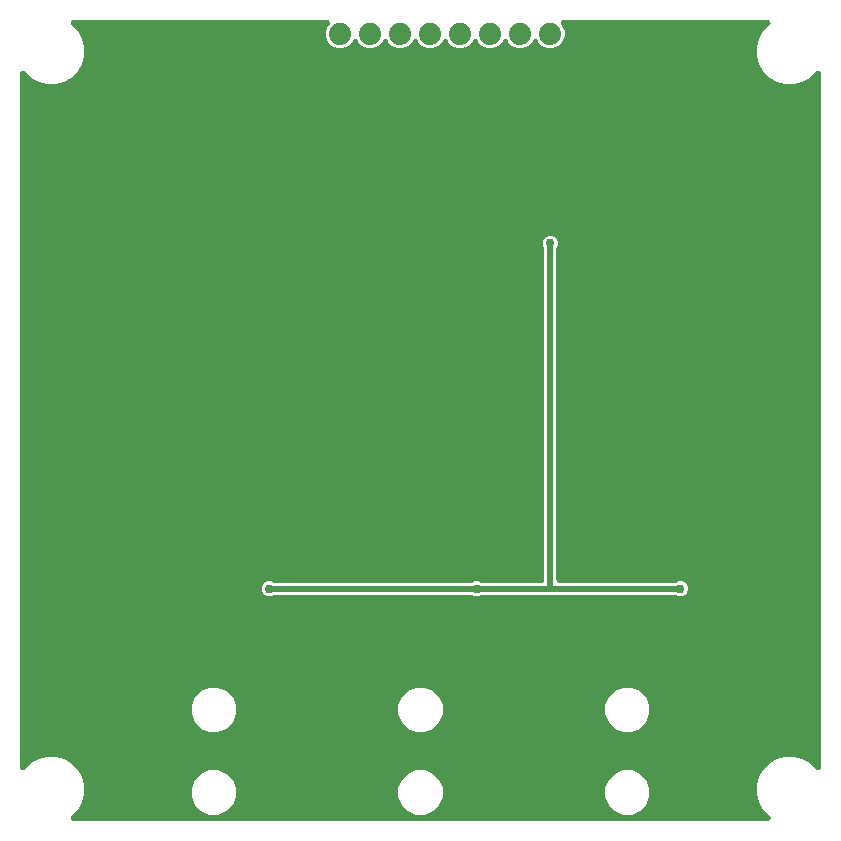
<source format=gbr>
G04 EAGLE Gerber RS-274X export*
G75*
%MOMM*%
%FSLAX34Y34*%
%LPD*%
%INBottom Copper*%
%IPPOS*%
%AMOC8*
5,1,8,0,0,1.08239X$1,22.5*%
G01*
%ADD10C,1.879600*%
%ADD11C,0.756400*%
%ADD12C,0.508000*%

G36*
X643958Y10934D02*
X643958Y10934D01*
X644088Y10936D01*
X644182Y10954D01*
X644277Y10963D01*
X644403Y10997D01*
X644530Y11022D01*
X644620Y11056D01*
X644712Y11081D01*
X644829Y11137D01*
X644950Y11184D01*
X645032Y11234D01*
X645118Y11275D01*
X645224Y11350D01*
X645335Y11418D01*
X645407Y11481D01*
X645484Y11537D01*
X645575Y11630D01*
X645673Y11716D01*
X645732Y11791D01*
X645798Y11859D01*
X645871Y11967D01*
X645952Y12069D01*
X645997Y12153D01*
X646051Y12232D01*
X646103Y12351D01*
X646165Y12466D01*
X646194Y12557D01*
X646233Y12644D01*
X646264Y12771D01*
X646304Y12894D01*
X646317Y12989D01*
X646339Y13082D01*
X646347Y13211D01*
X646365Y13340D01*
X646361Y13436D01*
X646367Y13531D01*
X646352Y13660D01*
X646347Y13790D01*
X646326Y13883D01*
X646315Y13978D01*
X646277Y14103D01*
X646249Y14230D01*
X646212Y14318D01*
X646185Y14409D01*
X646126Y14525D01*
X646076Y14645D01*
X646024Y14725D01*
X645980Y14811D01*
X645902Y14914D01*
X645831Y15023D01*
X645745Y15121D01*
X645708Y15169D01*
X645676Y15200D01*
X645624Y15258D01*
X640366Y20516D01*
X636724Y26823D01*
X634839Y33858D01*
X634839Y41142D01*
X636724Y48177D01*
X640366Y54484D01*
X645516Y59634D01*
X651823Y63276D01*
X658858Y65161D01*
X666142Y65161D01*
X673177Y63276D01*
X679484Y59634D01*
X684742Y54376D01*
X684842Y54292D01*
X684935Y54202D01*
X685015Y54148D01*
X685088Y54087D01*
X685201Y54022D01*
X685308Y53949D01*
X685396Y53911D01*
X685479Y53863D01*
X685601Y53820D01*
X685720Y53767D01*
X685813Y53745D01*
X685903Y53713D01*
X686031Y53691D01*
X686158Y53661D01*
X686253Y53655D01*
X686347Y53639D01*
X686477Y53641D01*
X686607Y53633D01*
X686702Y53644D01*
X686798Y53645D01*
X686925Y53670D01*
X687054Y53685D01*
X687146Y53713D01*
X687240Y53731D01*
X687361Y53778D01*
X687485Y53815D01*
X687570Y53859D01*
X687660Y53893D01*
X687771Y53961D01*
X687887Y54020D01*
X687963Y54077D01*
X688044Y54127D01*
X688142Y54213D01*
X688245Y54292D01*
X688310Y54362D01*
X688382Y54425D01*
X688462Y54527D01*
X688551Y54623D01*
X688602Y54703D01*
X688661Y54778D01*
X688722Y54893D01*
X688792Y55003D01*
X688829Y55091D01*
X688874Y55175D01*
X688914Y55299D01*
X688963Y55419D01*
X688983Y55513D01*
X689013Y55603D01*
X689031Y55732D01*
X689058Y55859D01*
X689066Y55989D01*
X689074Y56049D01*
X689073Y56094D01*
X689077Y56171D01*
X689077Y643829D01*
X689066Y643958D01*
X689064Y644088D01*
X689046Y644182D01*
X689037Y644277D01*
X689003Y644403D01*
X688978Y644530D01*
X688944Y644620D01*
X688919Y644712D01*
X688863Y644829D01*
X688816Y644950D01*
X688766Y645032D01*
X688725Y645118D01*
X688650Y645224D01*
X688582Y645335D01*
X688519Y645407D01*
X688463Y645484D01*
X688370Y645575D01*
X688284Y645673D01*
X688209Y645732D01*
X688141Y645798D01*
X688033Y645871D01*
X687931Y645952D01*
X687847Y645997D01*
X687768Y646051D01*
X687649Y646103D01*
X687534Y646165D01*
X687443Y646194D01*
X687356Y646233D01*
X687229Y646264D01*
X687106Y646304D01*
X687011Y646317D01*
X686918Y646339D01*
X686789Y646347D01*
X686660Y646365D01*
X686564Y646361D01*
X686469Y646367D01*
X686340Y646352D01*
X686210Y646347D01*
X686117Y646326D01*
X686022Y646315D01*
X685897Y646277D01*
X685770Y646249D01*
X685682Y646212D01*
X685591Y646185D01*
X685475Y646126D01*
X685355Y646076D01*
X685275Y646024D01*
X685189Y645980D01*
X685086Y645902D01*
X684977Y645831D01*
X684879Y645745D01*
X684831Y645708D01*
X684800Y645676D01*
X684742Y645624D01*
X679484Y640366D01*
X673177Y636724D01*
X666142Y634839D01*
X658858Y634839D01*
X651823Y636724D01*
X645516Y640366D01*
X640366Y645516D01*
X636724Y651823D01*
X634839Y658858D01*
X634839Y666142D01*
X636724Y673177D01*
X640366Y679484D01*
X645624Y684742D01*
X645708Y684842D01*
X645798Y684935D01*
X645852Y685015D01*
X645913Y685088D01*
X645978Y685201D01*
X646051Y685308D01*
X646089Y685396D01*
X646137Y685479D01*
X646180Y685601D01*
X646233Y685720D01*
X646255Y685813D01*
X646287Y685903D01*
X646309Y686031D01*
X646339Y686158D01*
X646345Y686253D01*
X646361Y686347D01*
X646359Y686477D01*
X646367Y686607D01*
X646356Y686702D01*
X646355Y686798D01*
X646330Y686925D01*
X646315Y687054D01*
X646287Y687146D01*
X646269Y687240D01*
X646222Y687361D01*
X646185Y687485D01*
X646141Y687570D01*
X646107Y687660D01*
X646039Y687771D01*
X645980Y687887D01*
X645923Y687963D01*
X645873Y688044D01*
X645787Y688142D01*
X645708Y688245D01*
X645638Y688310D01*
X645575Y688382D01*
X645473Y688462D01*
X645377Y688551D01*
X645297Y688602D01*
X645222Y688661D01*
X645107Y688722D01*
X644997Y688792D01*
X644909Y688829D01*
X644825Y688874D01*
X644701Y688914D01*
X644581Y688963D01*
X644487Y688983D01*
X644397Y689013D01*
X644268Y689031D01*
X644141Y689058D01*
X644011Y689066D01*
X643951Y689074D01*
X643906Y689073D01*
X643829Y689077D01*
X471437Y689077D01*
X471307Y689066D01*
X471177Y689064D01*
X471084Y689046D01*
X470988Y689037D01*
X470863Y689003D01*
X470735Y688978D01*
X470646Y688944D01*
X470554Y688919D01*
X470437Y688863D01*
X470315Y688816D01*
X470234Y688766D01*
X470147Y688725D01*
X470042Y688650D01*
X469931Y688582D01*
X469859Y688519D01*
X469781Y688463D01*
X469691Y688370D01*
X469593Y688284D01*
X469534Y688209D01*
X469467Y688141D01*
X469394Y688033D01*
X469314Y687931D01*
X469269Y687847D01*
X469215Y687768D01*
X469163Y687649D01*
X469101Y687534D01*
X469072Y687443D01*
X469033Y687356D01*
X469002Y687229D01*
X468962Y687106D01*
X468949Y687011D01*
X468926Y686918D01*
X468918Y686789D01*
X468901Y686660D01*
X468905Y686564D01*
X468899Y686469D01*
X468914Y686340D01*
X468919Y686210D01*
X468940Y686117D01*
X468951Y686022D01*
X468988Y685897D01*
X469017Y685770D01*
X469053Y685682D01*
X469081Y685591D01*
X469140Y685475D01*
X469190Y685355D01*
X469242Y685275D01*
X469285Y685189D01*
X469364Y685086D01*
X469435Y684977D01*
X469521Y684879D01*
X469557Y684831D01*
X469590Y684800D01*
X469641Y684742D01*
X470121Y684263D01*
X471939Y679875D01*
X471939Y675125D01*
X470121Y670737D01*
X466763Y667379D01*
X462375Y665561D01*
X457625Y665561D01*
X453237Y667379D01*
X449879Y670737D01*
X449646Y671299D01*
X449586Y671415D01*
X449534Y671534D01*
X449482Y671614D01*
X449438Y671698D01*
X449358Y671801D01*
X449286Y671910D01*
X449220Y671979D01*
X449162Y672054D01*
X449065Y672141D01*
X448976Y672236D01*
X448898Y672292D01*
X448828Y672356D01*
X448717Y672425D01*
X448612Y672502D01*
X448526Y672544D01*
X448445Y672594D01*
X448324Y672642D01*
X448208Y672699D01*
X448116Y672725D01*
X448027Y672761D01*
X447899Y672787D01*
X447774Y672822D01*
X447680Y672832D01*
X447586Y672851D01*
X447456Y672854D01*
X447326Y672867D01*
X447231Y672859D01*
X447136Y672862D01*
X447007Y672842D01*
X446877Y672832D01*
X446785Y672807D01*
X446691Y672793D01*
X446568Y672750D01*
X446442Y672718D01*
X446355Y672677D01*
X446265Y672646D01*
X446151Y672583D01*
X446033Y672528D01*
X445955Y672474D01*
X445872Y672427D01*
X445771Y672345D01*
X445664Y672270D01*
X445597Y672202D01*
X445523Y672142D01*
X445439Y672043D01*
X445347Y671951D01*
X445293Y671872D01*
X445231Y671799D01*
X445165Y671687D01*
X445091Y671580D01*
X445034Y671463D01*
X445003Y671411D01*
X444988Y671369D01*
X444954Y671299D01*
X444721Y670737D01*
X441363Y667379D01*
X436975Y665561D01*
X432225Y665561D01*
X427837Y667379D01*
X424479Y670737D01*
X424246Y671299D01*
X424186Y671415D01*
X424134Y671534D01*
X424082Y671614D01*
X424038Y671698D01*
X423958Y671801D01*
X423886Y671910D01*
X423820Y671979D01*
X423762Y672054D01*
X423665Y672141D01*
X423576Y672236D01*
X423498Y672292D01*
X423428Y672356D01*
X423317Y672425D01*
X423212Y672502D01*
X423126Y672544D01*
X423045Y672594D01*
X422924Y672642D01*
X422808Y672699D01*
X422716Y672725D01*
X422627Y672761D01*
X422499Y672787D01*
X422374Y672822D01*
X422280Y672832D01*
X422186Y672851D01*
X422056Y672854D01*
X421926Y672867D01*
X421831Y672859D01*
X421736Y672862D01*
X421607Y672842D01*
X421477Y672832D01*
X421385Y672807D01*
X421291Y672793D01*
X421168Y672750D01*
X421042Y672718D01*
X420955Y672677D01*
X420865Y672646D01*
X420751Y672583D01*
X420633Y672528D01*
X420555Y672474D01*
X420472Y672427D01*
X420371Y672345D01*
X420264Y672270D01*
X420197Y672202D01*
X420123Y672142D01*
X420039Y672043D01*
X419947Y671951D01*
X419893Y671872D01*
X419831Y671799D01*
X419765Y671687D01*
X419691Y671580D01*
X419634Y671463D01*
X419603Y671411D01*
X419588Y671369D01*
X419554Y671299D01*
X419321Y670737D01*
X415963Y667379D01*
X411575Y665561D01*
X406825Y665561D01*
X402437Y667379D01*
X399079Y670737D01*
X398846Y671299D01*
X398786Y671415D01*
X398734Y671534D01*
X398682Y671614D01*
X398638Y671698D01*
X398558Y671801D01*
X398486Y671910D01*
X398420Y671979D01*
X398362Y672054D01*
X398265Y672141D01*
X398176Y672236D01*
X398098Y672292D01*
X398028Y672356D01*
X397917Y672425D01*
X397812Y672502D01*
X397726Y672544D01*
X397645Y672594D01*
X397524Y672642D01*
X397408Y672699D01*
X397316Y672725D01*
X397227Y672761D01*
X397099Y672787D01*
X396974Y672822D01*
X396880Y672832D01*
X396786Y672851D01*
X396656Y672854D01*
X396526Y672867D01*
X396431Y672859D01*
X396336Y672862D01*
X396207Y672842D01*
X396077Y672832D01*
X395985Y672807D01*
X395891Y672793D01*
X395768Y672750D01*
X395642Y672718D01*
X395555Y672677D01*
X395465Y672646D01*
X395351Y672583D01*
X395233Y672528D01*
X395155Y672474D01*
X395072Y672427D01*
X394971Y672345D01*
X394864Y672270D01*
X394797Y672202D01*
X394723Y672142D01*
X394639Y672043D01*
X394547Y671951D01*
X394493Y671872D01*
X394431Y671799D01*
X394365Y671687D01*
X394291Y671580D01*
X394234Y671463D01*
X394203Y671411D01*
X394188Y671369D01*
X394154Y671299D01*
X393921Y670737D01*
X390563Y667379D01*
X386175Y665561D01*
X381425Y665561D01*
X377037Y667379D01*
X373679Y670737D01*
X373446Y671299D01*
X373386Y671415D01*
X373334Y671534D01*
X373282Y671614D01*
X373238Y671698D01*
X373158Y671801D01*
X373086Y671910D01*
X373020Y671979D01*
X372962Y672054D01*
X372865Y672141D01*
X372776Y672236D01*
X372698Y672292D01*
X372628Y672356D01*
X372517Y672425D01*
X372412Y672502D01*
X372326Y672544D01*
X372245Y672594D01*
X372124Y672642D01*
X372008Y672699D01*
X371916Y672725D01*
X371827Y672761D01*
X371699Y672787D01*
X371574Y672822D01*
X371480Y672832D01*
X371386Y672851D01*
X371256Y672854D01*
X371126Y672867D01*
X371031Y672859D01*
X370936Y672862D01*
X370807Y672842D01*
X370677Y672832D01*
X370585Y672807D01*
X370491Y672793D01*
X370368Y672750D01*
X370242Y672718D01*
X370155Y672677D01*
X370065Y672646D01*
X369951Y672583D01*
X369833Y672528D01*
X369755Y672474D01*
X369672Y672427D01*
X369571Y672345D01*
X369464Y672270D01*
X369397Y672202D01*
X369323Y672142D01*
X369239Y672043D01*
X369147Y671951D01*
X369093Y671872D01*
X369031Y671799D01*
X368965Y671687D01*
X368891Y671580D01*
X368834Y671463D01*
X368803Y671411D01*
X368788Y671369D01*
X368754Y671299D01*
X368521Y670737D01*
X365163Y667379D01*
X360775Y665561D01*
X356025Y665561D01*
X351637Y667379D01*
X348279Y670737D01*
X348046Y671299D01*
X347986Y671415D01*
X347934Y671534D01*
X347882Y671614D01*
X347838Y671698D01*
X347758Y671801D01*
X347686Y671910D01*
X347620Y671979D01*
X347562Y672054D01*
X347465Y672141D01*
X347376Y672236D01*
X347298Y672292D01*
X347228Y672356D01*
X347117Y672425D01*
X347012Y672502D01*
X346926Y672544D01*
X346845Y672594D01*
X346724Y672642D01*
X346608Y672699D01*
X346516Y672725D01*
X346427Y672761D01*
X346299Y672787D01*
X346174Y672822D01*
X346080Y672832D01*
X345986Y672851D01*
X345856Y672854D01*
X345726Y672867D01*
X345631Y672859D01*
X345536Y672862D01*
X345407Y672842D01*
X345277Y672832D01*
X345185Y672807D01*
X345091Y672793D01*
X344968Y672750D01*
X344842Y672718D01*
X344755Y672677D01*
X344665Y672646D01*
X344551Y672583D01*
X344433Y672528D01*
X344355Y672474D01*
X344272Y672427D01*
X344171Y672345D01*
X344064Y672270D01*
X343997Y672202D01*
X343923Y672142D01*
X343839Y672043D01*
X343747Y671951D01*
X343693Y671872D01*
X343631Y671799D01*
X343565Y671687D01*
X343491Y671580D01*
X343434Y671463D01*
X343403Y671411D01*
X343388Y671369D01*
X343354Y671299D01*
X343121Y670737D01*
X339763Y667379D01*
X335375Y665561D01*
X330625Y665561D01*
X326237Y667379D01*
X322879Y670737D01*
X322646Y671299D01*
X322586Y671415D01*
X322534Y671534D01*
X322482Y671614D01*
X322438Y671698D01*
X322358Y671801D01*
X322286Y671910D01*
X322220Y671979D01*
X322162Y672054D01*
X322065Y672141D01*
X321976Y672236D01*
X321898Y672292D01*
X321828Y672356D01*
X321717Y672425D01*
X321612Y672502D01*
X321526Y672544D01*
X321445Y672594D01*
X321324Y672642D01*
X321208Y672699D01*
X321116Y672725D01*
X321027Y672761D01*
X320899Y672787D01*
X320774Y672822D01*
X320680Y672832D01*
X320586Y672851D01*
X320456Y672854D01*
X320326Y672867D01*
X320231Y672859D01*
X320136Y672862D01*
X320007Y672842D01*
X319877Y672832D01*
X319785Y672807D01*
X319691Y672793D01*
X319568Y672750D01*
X319442Y672718D01*
X319355Y672677D01*
X319265Y672646D01*
X319151Y672583D01*
X319033Y672528D01*
X318955Y672474D01*
X318872Y672427D01*
X318771Y672345D01*
X318664Y672270D01*
X318597Y672202D01*
X318523Y672142D01*
X318439Y672043D01*
X318347Y671951D01*
X318293Y671872D01*
X318231Y671799D01*
X318165Y671687D01*
X318091Y671580D01*
X318034Y671463D01*
X318003Y671411D01*
X317988Y671369D01*
X317954Y671299D01*
X317721Y670737D01*
X314363Y667379D01*
X309975Y665561D01*
X305225Y665561D01*
X300837Y667379D01*
X297479Y670737D01*
X297246Y671299D01*
X297186Y671415D01*
X297134Y671534D01*
X297082Y671614D01*
X297038Y671698D01*
X296958Y671801D01*
X296886Y671910D01*
X296820Y671979D01*
X296762Y672054D01*
X296665Y672141D01*
X296576Y672236D01*
X296498Y672292D01*
X296428Y672356D01*
X296317Y672425D01*
X296212Y672502D01*
X296126Y672544D01*
X296045Y672594D01*
X295924Y672642D01*
X295808Y672699D01*
X295716Y672725D01*
X295627Y672761D01*
X295499Y672787D01*
X295374Y672822D01*
X295280Y672832D01*
X295186Y672851D01*
X295056Y672854D01*
X294926Y672867D01*
X294831Y672859D01*
X294736Y672862D01*
X294607Y672842D01*
X294477Y672832D01*
X294385Y672807D01*
X294291Y672793D01*
X294168Y672750D01*
X294042Y672718D01*
X293955Y672677D01*
X293865Y672646D01*
X293751Y672583D01*
X293633Y672528D01*
X293555Y672474D01*
X293472Y672427D01*
X293371Y672345D01*
X293264Y672270D01*
X293197Y672202D01*
X293123Y672142D01*
X293039Y672043D01*
X292947Y671951D01*
X292893Y671872D01*
X292831Y671799D01*
X292765Y671687D01*
X292691Y671580D01*
X292634Y671463D01*
X292603Y671411D01*
X292588Y671369D01*
X292554Y671299D01*
X292321Y670737D01*
X288963Y667379D01*
X284575Y665561D01*
X279825Y665561D01*
X275437Y667379D01*
X272079Y670737D01*
X270261Y675125D01*
X270261Y679875D01*
X272079Y684263D01*
X272559Y684742D01*
X272642Y684842D01*
X272733Y684935D01*
X272786Y685015D01*
X272847Y685088D01*
X272912Y685201D01*
X272985Y685308D01*
X273023Y685396D01*
X273071Y685479D01*
X273114Y685601D01*
X273167Y685720D01*
X273190Y685813D01*
X273222Y685903D01*
X273243Y686031D01*
X273274Y686158D01*
X273280Y686253D01*
X273295Y686347D01*
X273293Y686477D01*
X273301Y686607D01*
X273290Y686702D01*
X273289Y686797D01*
X273264Y686925D01*
X273249Y687054D01*
X273222Y687146D01*
X273203Y687240D01*
X273157Y687361D01*
X273119Y687485D01*
X273076Y687570D01*
X273041Y687660D01*
X272974Y687771D01*
X272915Y687887D01*
X272857Y687963D01*
X272807Y688044D01*
X272721Y688142D01*
X272643Y688245D01*
X272572Y688310D01*
X272509Y688382D01*
X272407Y688462D01*
X272311Y688551D01*
X272231Y688602D01*
X272156Y688661D01*
X272042Y688722D01*
X271932Y688792D01*
X271843Y688829D01*
X271759Y688874D01*
X271636Y688914D01*
X271515Y688963D01*
X271422Y688983D01*
X271331Y689013D01*
X271202Y689031D01*
X271075Y689058D01*
X270945Y689066D01*
X270885Y689074D01*
X270840Y689073D01*
X270763Y689077D01*
X56171Y689077D01*
X56042Y689066D01*
X55912Y689064D01*
X55818Y689046D01*
X55723Y689037D01*
X55597Y689003D01*
X55470Y688978D01*
X55380Y688944D01*
X55288Y688919D01*
X55171Y688863D01*
X55050Y688816D01*
X54968Y688766D01*
X54882Y688725D01*
X54776Y688650D01*
X54665Y688582D01*
X54593Y688519D01*
X54516Y688463D01*
X54425Y688370D01*
X54327Y688284D01*
X54268Y688209D01*
X54202Y688141D01*
X54129Y688033D01*
X54048Y687931D01*
X54003Y687847D01*
X53949Y687768D01*
X53897Y687649D01*
X53835Y687534D01*
X53806Y687443D01*
X53767Y687356D01*
X53736Y687229D01*
X53696Y687106D01*
X53683Y687011D01*
X53661Y686918D01*
X53653Y686789D01*
X53635Y686660D01*
X53639Y686564D01*
X53633Y686469D01*
X53648Y686340D01*
X53653Y686210D01*
X53674Y686117D01*
X53685Y686022D01*
X53723Y685897D01*
X53751Y685770D01*
X53788Y685682D01*
X53815Y685591D01*
X53874Y685475D01*
X53924Y685355D01*
X53976Y685275D01*
X54020Y685189D01*
X54098Y685086D01*
X54169Y684977D01*
X54255Y684879D01*
X54292Y684831D01*
X54324Y684800D01*
X54376Y684742D01*
X59634Y679484D01*
X63276Y673177D01*
X65161Y666142D01*
X65161Y658858D01*
X63276Y651823D01*
X59634Y645516D01*
X54484Y640366D01*
X48177Y636724D01*
X41142Y634839D01*
X33858Y634839D01*
X26823Y636724D01*
X20516Y640366D01*
X15258Y645624D01*
X15158Y645708D01*
X15065Y645798D01*
X14985Y645852D01*
X14912Y645913D01*
X14799Y645978D01*
X14692Y646051D01*
X14604Y646089D01*
X14521Y646137D01*
X14399Y646180D01*
X14280Y646233D01*
X14187Y646255D01*
X14097Y646287D01*
X13969Y646309D01*
X13842Y646339D01*
X13747Y646345D01*
X13653Y646361D01*
X13523Y646359D01*
X13393Y646367D01*
X13298Y646356D01*
X13202Y646355D01*
X13075Y646330D01*
X12946Y646315D01*
X12854Y646287D01*
X12760Y646269D01*
X12639Y646222D01*
X12515Y646185D01*
X12430Y646141D01*
X12340Y646107D01*
X12229Y646039D01*
X12113Y645980D01*
X12037Y645923D01*
X11956Y645873D01*
X11858Y645787D01*
X11755Y645708D01*
X11690Y645638D01*
X11618Y645575D01*
X11538Y645473D01*
X11449Y645377D01*
X11398Y645297D01*
X11339Y645222D01*
X11278Y645107D01*
X11208Y644997D01*
X11171Y644909D01*
X11126Y644825D01*
X11086Y644701D01*
X11037Y644581D01*
X11017Y644487D01*
X10987Y644397D01*
X10969Y644268D01*
X10942Y644141D01*
X10934Y644011D01*
X10926Y643951D01*
X10927Y643906D01*
X10923Y643829D01*
X10923Y56171D01*
X10934Y56042D01*
X10936Y55912D01*
X10954Y55818D01*
X10963Y55723D01*
X10997Y55597D01*
X11022Y55470D01*
X11056Y55380D01*
X11081Y55288D01*
X11137Y55171D01*
X11184Y55050D01*
X11234Y54968D01*
X11275Y54882D01*
X11350Y54776D01*
X11418Y54665D01*
X11481Y54593D01*
X11537Y54516D01*
X11630Y54425D01*
X11716Y54327D01*
X11791Y54268D01*
X11859Y54202D01*
X11967Y54129D01*
X12069Y54048D01*
X12153Y54003D01*
X12232Y53949D01*
X12351Y53897D01*
X12466Y53835D01*
X12557Y53806D01*
X12644Y53767D01*
X12771Y53736D01*
X12894Y53696D01*
X12989Y53683D01*
X13082Y53661D01*
X13211Y53653D01*
X13340Y53635D01*
X13436Y53639D01*
X13531Y53633D01*
X13660Y53648D01*
X13790Y53653D01*
X13883Y53674D01*
X13978Y53685D01*
X14103Y53723D01*
X14230Y53751D01*
X14318Y53788D01*
X14409Y53815D01*
X14525Y53874D01*
X14645Y53924D01*
X14725Y53976D01*
X14811Y54020D01*
X14914Y54098D01*
X15023Y54169D01*
X15121Y54255D01*
X15169Y54292D01*
X15200Y54324D01*
X15258Y54376D01*
X20516Y59634D01*
X26823Y63276D01*
X33858Y65161D01*
X41142Y65161D01*
X48177Y63276D01*
X54484Y59634D01*
X59634Y54484D01*
X63276Y48177D01*
X65161Y41142D01*
X65161Y33858D01*
X63276Y26823D01*
X59634Y20516D01*
X54376Y15258D01*
X54292Y15158D01*
X54202Y15065D01*
X54148Y14985D01*
X54087Y14912D01*
X54022Y14799D01*
X53949Y14692D01*
X53911Y14604D01*
X53863Y14521D01*
X53820Y14399D01*
X53767Y14280D01*
X53745Y14187D01*
X53713Y14097D01*
X53691Y13969D01*
X53661Y13842D01*
X53655Y13747D01*
X53639Y13653D01*
X53641Y13523D01*
X53633Y13393D01*
X53644Y13298D01*
X53645Y13202D01*
X53670Y13075D01*
X53685Y12946D01*
X53713Y12854D01*
X53731Y12760D01*
X53778Y12639D01*
X53815Y12515D01*
X53859Y12430D01*
X53893Y12340D01*
X53961Y12229D01*
X54020Y12113D01*
X54077Y12037D01*
X54127Y11956D01*
X54213Y11858D01*
X54292Y11755D01*
X54362Y11690D01*
X54425Y11618D01*
X54527Y11538D01*
X54623Y11449D01*
X54703Y11398D01*
X54778Y11339D01*
X54893Y11278D01*
X55003Y11208D01*
X55091Y11171D01*
X55175Y11126D01*
X55299Y11086D01*
X55419Y11037D01*
X55513Y11017D01*
X55603Y10987D01*
X55732Y10969D01*
X55859Y10942D01*
X55989Y10934D01*
X56049Y10926D01*
X56094Y10927D01*
X56171Y10923D01*
X643829Y10923D01*
X643958Y10934D01*
G37*
%LPC*%
G36*
X220742Y201177D02*
X220742Y201177D01*
X218418Y202140D01*
X216640Y203918D01*
X215677Y206242D01*
X215677Y208758D01*
X216640Y211082D01*
X218418Y212860D01*
X220742Y213823D01*
X223258Y213823D01*
X225789Y212774D01*
X225901Y212739D01*
X226009Y212695D01*
X226115Y212672D01*
X226219Y212639D01*
X226335Y212625D01*
X226449Y212600D01*
X226603Y212590D01*
X226666Y212583D01*
X226702Y212584D01*
X226761Y212581D01*
X392739Y212581D01*
X392855Y212591D01*
X392972Y212591D01*
X393079Y212611D01*
X393187Y212621D01*
X393300Y212651D01*
X393415Y212672D01*
X393561Y212723D01*
X393622Y212739D01*
X393654Y212755D01*
X393711Y212774D01*
X396242Y213823D01*
X398758Y213823D01*
X401289Y212774D01*
X401401Y212739D01*
X401509Y212695D01*
X401615Y212672D01*
X401719Y212639D01*
X401835Y212625D01*
X401949Y212600D01*
X402103Y212590D01*
X402166Y212583D01*
X402202Y212584D01*
X402261Y212581D01*
X452380Y212581D01*
X452415Y212584D01*
X452449Y212582D01*
X452638Y212604D01*
X452829Y212621D01*
X452862Y212630D01*
X452896Y212634D01*
X453079Y212689D01*
X453263Y212739D01*
X453294Y212754D01*
X453327Y212764D01*
X453498Y212851D01*
X453670Y212933D01*
X453698Y212953D01*
X453729Y212968D01*
X453881Y213084D01*
X454036Y213195D01*
X454060Y213220D01*
X454087Y213240D01*
X454216Y213380D01*
X454350Y213517D01*
X454369Y213546D01*
X454393Y213572D01*
X454495Y213733D01*
X454602Y213890D01*
X454616Y213922D01*
X454634Y213951D01*
X454707Y214128D01*
X454784Y214302D01*
X454792Y214336D01*
X454805Y214368D01*
X454845Y214555D01*
X454891Y214740D01*
X454893Y214774D01*
X454900Y214808D01*
X454919Y215120D01*
X454919Y495239D01*
X454909Y495355D01*
X454909Y495472D01*
X454889Y495579D01*
X454879Y495687D01*
X454849Y495800D01*
X454828Y495915D01*
X454777Y496061D01*
X454761Y496122D01*
X454745Y496154D01*
X454726Y496211D01*
X453677Y498742D01*
X453677Y501258D01*
X454640Y503582D01*
X456418Y505360D01*
X458742Y506323D01*
X461258Y506323D01*
X463582Y505360D01*
X465360Y503582D01*
X466323Y501258D01*
X466323Y498742D01*
X465274Y496211D01*
X465239Y496099D01*
X465195Y495991D01*
X465172Y495885D01*
X465139Y495781D01*
X465125Y495665D01*
X465100Y495551D01*
X465090Y495397D01*
X465083Y495334D01*
X465084Y495298D01*
X465081Y495239D01*
X465081Y215120D01*
X465084Y215085D01*
X465082Y215051D01*
X465104Y214862D01*
X465121Y214671D01*
X465130Y214638D01*
X465134Y214604D01*
X465189Y214421D01*
X465239Y214237D01*
X465254Y214206D01*
X465264Y214173D01*
X465351Y214002D01*
X465433Y213830D01*
X465453Y213802D01*
X465468Y213771D01*
X465584Y213619D01*
X465695Y213464D01*
X465720Y213440D01*
X465740Y213413D01*
X465880Y213284D01*
X466017Y213150D01*
X466046Y213131D01*
X466072Y213107D01*
X466233Y213005D01*
X466390Y212898D01*
X466422Y212884D01*
X466451Y212866D01*
X466628Y212793D01*
X466802Y212716D01*
X466836Y212708D01*
X466868Y212695D01*
X467055Y212655D01*
X467240Y212609D01*
X467274Y212607D01*
X467308Y212600D01*
X467620Y212581D01*
X565239Y212581D01*
X565355Y212591D01*
X565472Y212591D01*
X565579Y212611D01*
X565687Y212621D01*
X565800Y212651D01*
X565915Y212672D01*
X566061Y212723D01*
X566122Y212739D01*
X566154Y212755D01*
X566211Y212774D01*
X568742Y213823D01*
X571258Y213823D01*
X573582Y212860D01*
X575360Y211082D01*
X576323Y208758D01*
X576323Y206242D01*
X575360Y203918D01*
X573582Y202140D01*
X571258Y201177D01*
X568742Y201177D01*
X566211Y202226D01*
X566099Y202261D01*
X565991Y202305D01*
X565885Y202328D01*
X565781Y202361D01*
X565665Y202375D01*
X565551Y202400D01*
X565397Y202410D01*
X565334Y202417D01*
X565298Y202416D01*
X565239Y202419D01*
X402261Y202419D01*
X402145Y202409D01*
X402028Y202409D01*
X401921Y202389D01*
X401813Y202379D01*
X401700Y202349D01*
X401585Y202328D01*
X401439Y202277D01*
X401378Y202261D01*
X401346Y202245D01*
X401289Y202226D01*
X398758Y201177D01*
X396242Y201177D01*
X393711Y202226D01*
X393599Y202261D01*
X393491Y202305D01*
X393385Y202328D01*
X393281Y202361D01*
X393165Y202375D01*
X393051Y202400D01*
X392897Y202410D01*
X392834Y202417D01*
X392798Y202416D01*
X392739Y202419D01*
X226761Y202419D01*
X226645Y202409D01*
X226528Y202409D01*
X226421Y202389D01*
X226313Y202379D01*
X226200Y202349D01*
X226085Y202328D01*
X225939Y202277D01*
X225878Y202261D01*
X225846Y202245D01*
X225789Y202226D01*
X223258Y201177D01*
X220742Y201177D01*
G37*
%LPD*%
%LPC*%
G36*
X521288Y86339D02*
X521288Y86339D01*
X514430Y89180D01*
X509180Y94430D01*
X506339Y101288D01*
X506339Y108712D01*
X509180Y115570D01*
X514430Y120820D01*
X521288Y123661D01*
X528712Y123661D01*
X535570Y120820D01*
X540820Y115570D01*
X543661Y108712D01*
X543661Y101288D01*
X540820Y94430D01*
X535570Y89180D01*
X528712Y86339D01*
X521288Y86339D01*
G37*
%LPD*%
%LPC*%
G36*
X346288Y86339D02*
X346288Y86339D01*
X339430Y89180D01*
X334180Y94430D01*
X331339Y101288D01*
X331339Y108712D01*
X334180Y115570D01*
X339430Y120820D01*
X346288Y123661D01*
X353712Y123661D01*
X360570Y120820D01*
X365820Y115570D01*
X368661Y108712D01*
X368661Y101288D01*
X365820Y94430D01*
X360570Y89180D01*
X353712Y86339D01*
X346288Y86339D01*
G37*
%LPD*%
%LPC*%
G36*
X171288Y86339D02*
X171288Y86339D01*
X164430Y89180D01*
X159180Y94430D01*
X156339Y101288D01*
X156339Y108712D01*
X159180Y115570D01*
X164430Y120820D01*
X171288Y123661D01*
X178712Y123661D01*
X185570Y120820D01*
X190820Y115570D01*
X193661Y108712D01*
X193661Y101288D01*
X190820Y94430D01*
X185570Y89180D01*
X178712Y86339D01*
X171288Y86339D01*
G37*
%LPD*%
%LPC*%
G36*
X521288Y16339D02*
X521288Y16339D01*
X514430Y19180D01*
X509180Y24430D01*
X506339Y31288D01*
X506339Y38712D01*
X509180Y45570D01*
X514430Y50820D01*
X521288Y53661D01*
X528712Y53661D01*
X535570Y50820D01*
X540820Y45570D01*
X543661Y38712D01*
X543661Y31288D01*
X540820Y24430D01*
X535570Y19180D01*
X528712Y16339D01*
X521288Y16339D01*
G37*
%LPD*%
%LPC*%
G36*
X346288Y16339D02*
X346288Y16339D01*
X339430Y19180D01*
X334180Y24430D01*
X331339Y31288D01*
X331339Y38712D01*
X334180Y45570D01*
X339430Y50820D01*
X346288Y53661D01*
X353712Y53661D01*
X360570Y50820D01*
X365820Y45570D01*
X368661Y38712D01*
X368661Y31288D01*
X365820Y24430D01*
X360570Y19180D01*
X353712Y16339D01*
X346288Y16339D01*
G37*
%LPD*%
%LPC*%
G36*
X171288Y16339D02*
X171288Y16339D01*
X164430Y19180D01*
X159180Y24430D01*
X156339Y31288D01*
X156339Y38712D01*
X159180Y45570D01*
X164430Y50820D01*
X171288Y53661D01*
X178712Y53661D01*
X185570Y50820D01*
X190820Y45570D01*
X193661Y38712D01*
X193661Y31288D01*
X190820Y24430D01*
X185570Y19180D01*
X178712Y16339D01*
X171288Y16339D01*
G37*
%LPD*%
D10*
X460000Y677500D03*
X434600Y677500D03*
X409200Y677500D03*
X383800Y677500D03*
X358400Y677500D03*
X333000Y677500D03*
X307600Y677500D03*
X282200Y677500D03*
D11*
X570000Y207500D03*
D12*
X460000Y207500D01*
X397500Y207500D01*
X222000Y207500D01*
D11*
X222000Y207500D03*
X460000Y500000D03*
D12*
X460000Y207500D01*
D11*
X397500Y207500D03*
X432500Y500000D03*
X400000Y500000D03*
X370000Y500000D03*
X485000Y500000D03*
X235000Y25000D03*
X535000Y500000D03*
X535000Y645000D03*
X230000Y645000D03*
X82500Y645000D03*
X637500Y90000D03*
X447500Y645000D03*
X370000Y645000D03*
X397500Y645000D03*
X422500Y645000D03*
X400000Y247500D03*
X572500Y247500D03*
X497500Y160000D03*
X637500Y182500D03*
X497500Y247500D03*
X462500Y132500D03*
X462500Y25000D03*
X445000Y567500D03*
X345000Y645000D03*
X320000Y645000D03*
X295000Y645000D03*
X267500Y645000D03*
X477500Y645000D03*
X345000Y500000D03*
X320000Y500000D03*
X295000Y500000D03*
X270000Y500000D03*
X342500Y247500D03*
X280000Y247500D03*
X222500Y247500D03*
X157500Y247500D03*
X157500Y165000D03*
X345000Y162500D03*
X412500Y25000D03*
X582500Y25000D03*
X285000Y25000D03*
X285000Y130000D03*
X595000Y130000D03*
X82500Y497500D03*
X82500Y370000D03*
X87500Y252500D03*
X632500Y385000D03*
X632500Y500000D03*
X630000Y645000D03*
M02*

</source>
